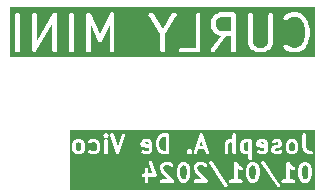
<source format=gbr>
%TF.GenerationSoftware,KiCad,Pcbnew,7.0.7*%
%TF.CreationDate,2024-01-01T23:26:11-08:00*%
%TF.ProjectId,Curly_Mini_v0,4375726c-795f-44d6-996e-695f76302e6b,rev?*%
%TF.SameCoordinates,Original*%
%TF.FileFunction,Legend,Bot*%
%TF.FilePolarity,Positive*%
%FSLAX46Y46*%
G04 Gerber Fmt 4.6, Leading zero omitted, Abs format (unit mm)*
G04 Created by KiCad (PCBNEW 7.0.7) date 2024-01-01 23:26:11*
%MOMM*%
%LPD*%
G01*
G04 APERTURE LIST*
%ADD10C,0.300000*%
%ADD11C,0.400000*%
G04 APERTURE END LIST*
D10*
G36*
X102253064Y-64945535D02*
G01*
X102290069Y-64982539D01*
X102343248Y-65088898D01*
X102406204Y-65340720D01*
X102406204Y-65660936D01*
X102343248Y-65912757D01*
X102290068Y-66019117D01*
X102253065Y-66056121D01*
X102163652Y-66100828D01*
X102091614Y-66100828D01*
X102002201Y-66056122D01*
X101965197Y-66019118D01*
X101912017Y-65912758D01*
X101849061Y-65660934D01*
X101849061Y-65340721D01*
X101912017Y-65088897D01*
X101965197Y-64982538D01*
X102002201Y-64945534D01*
X102091614Y-64900828D01*
X102163651Y-64900828D01*
X102253064Y-64945535D01*
G37*
G36*
X108110207Y-64945535D02*
G01*
X108147211Y-64982539D01*
X108200390Y-65088898D01*
X108263346Y-65340720D01*
X108263346Y-65660936D01*
X108200390Y-65912757D01*
X108147210Y-66019117D01*
X108110207Y-66056121D01*
X108020794Y-66100828D01*
X107948756Y-66100828D01*
X107859343Y-66056122D01*
X107822339Y-66019118D01*
X107769159Y-65912758D01*
X107706203Y-65660934D01*
X107706203Y-65340721D01*
X107769159Y-65088897D01*
X107822339Y-64982538D01*
X107859343Y-64945534D01*
X107948756Y-64900828D01*
X108020793Y-64900828D01*
X108110207Y-64945535D01*
G37*
G36*
X112538778Y-64945535D02*
G01*
X112575782Y-64982539D01*
X112628961Y-65088898D01*
X112691917Y-65340720D01*
X112691917Y-65660936D01*
X112628961Y-65912757D01*
X112575781Y-66019117D01*
X112538778Y-66056121D01*
X112449365Y-66100828D01*
X112377327Y-66100828D01*
X112287914Y-66056122D01*
X112250910Y-66019118D01*
X112197730Y-65912758D01*
X112134774Y-65660934D01*
X112134774Y-65340721D01*
X112197730Y-65088897D01*
X112250910Y-64982538D01*
X112287914Y-64945534D01*
X112377327Y-64900828D01*
X112449364Y-64900828D01*
X112538778Y-64945535D01*
G37*
G36*
X107620489Y-62999961D02*
G01*
X107620489Y-63671694D01*
X107592222Y-63685828D01*
X107377327Y-63685828D01*
X107287914Y-63641122D01*
X107250910Y-63604118D01*
X107206203Y-63514703D01*
X107206203Y-63156952D01*
X107250910Y-63067538D01*
X107287914Y-63030534D01*
X107377327Y-62985828D01*
X107592222Y-62985828D01*
X107620489Y-62999961D01*
G37*
G36*
X93395922Y-63030535D02*
G01*
X93432926Y-63067539D01*
X93477632Y-63156951D01*
X93477632Y-63514704D01*
X93432925Y-63604117D01*
X93395920Y-63641122D01*
X93306508Y-63685828D01*
X93163042Y-63685828D01*
X93073629Y-63641122D01*
X93036625Y-63604118D01*
X92991918Y-63514703D01*
X92991918Y-63156952D01*
X93036625Y-63067538D01*
X93073629Y-63030534D01*
X93163042Y-62985828D01*
X93306508Y-62985828D01*
X93395922Y-63030535D01*
G37*
G36*
X99158685Y-63019060D02*
G01*
X99191917Y-63085523D01*
X99191917Y-63152857D01*
X98784687Y-63071411D01*
X98810863Y-63019060D01*
X98877327Y-62985828D01*
X99092222Y-62985828D01*
X99158685Y-63019060D01*
G37*
G36*
X100620489Y-63685828D02*
G01*
X100437689Y-63685828D01*
X100280086Y-63633294D01*
X100179481Y-63532688D01*
X100126300Y-63426328D01*
X100063346Y-63174507D01*
X100063346Y-62997148D01*
X100126300Y-62745327D01*
X100179481Y-62638967D01*
X100280087Y-62538361D01*
X100437689Y-62485828D01*
X100620489Y-62485828D01*
X100620489Y-63685828D01*
G37*
G36*
X108944399Y-63019060D02*
G01*
X108977631Y-63085523D01*
X108977631Y-63152857D01*
X108570401Y-63071411D01*
X108596577Y-63019060D01*
X108663041Y-62985828D01*
X108877936Y-62985828D01*
X108944399Y-63019060D01*
G37*
G36*
X111467350Y-63030535D02*
G01*
X111504354Y-63067539D01*
X111549060Y-63156951D01*
X111549060Y-63514704D01*
X111504353Y-63604117D01*
X111467348Y-63641122D01*
X111377936Y-63685828D01*
X111234470Y-63685828D01*
X111145057Y-63641122D01*
X111108053Y-63604118D01*
X111063346Y-63514703D01*
X111063346Y-63156952D01*
X111108053Y-63067538D01*
X111145057Y-63030534D01*
X111234470Y-62985828D01*
X111377936Y-62985828D01*
X111467350Y-63030535D01*
G37*
G36*
X103776661Y-63257257D02*
G01*
X103478602Y-63257257D01*
X103627631Y-62810169D01*
X103776661Y-63257257D01*
G37*
G36*
X113277632Y-66971946D02*
G01*
X92477632Y-66971946D01*
X92477632Y-65750828D01*
X98620491Y-65750828D01*
X98640587Y-65825828D01*
X98695491Y-65880732D01*
X98770491Y-65900828D01*
X98834777Y-65900828D01*
X98834777Y-66250828D01*
X98854873Y-66325828D01*
X98909777Y-66380732D01*
X98984777Y-66400828D01*
X99059777Y-66380732D01*
X99114681Y-66325828D01*
X99134777Y-66250828D01*
X100120490Y-66250828D01*
X100140586Y-66325828D01*
X100195490Y-66380732D01*
X100270490Y-66400828D01*
X101199062Y-66400828D01*
X101218137Y-66395717D01*
X101237885Y-66395717D01*
X101254987Y-66385843D01*
X101274062Y-66380732D01*
X101288026Y-66366767D01*
X101305128Y-66356894D01*
X101315001Y-66339792D01*
X101328966Y-66325828D01*
X101334077Y-66306753D01*
X101343951Y-66289651D01*
X101343951Y-66269902D01*
X101349062Y-66250828D01*
X101343951Y-66231753D01*
X101343951Y-66212005D01*
X101334077Y-66194902D01*
X101328966Y-66175828D01*
X101315001Y-66161863D01*
X101305128Y-66144762D01*
X100839766Y-65679400D01*
X101549061Y-65679400D01*
X101553851Y-65697276D01*
X101553540Y-65715781D01*
X101624969Y-66001494D01*
X101633005Y-66015971D01*
X101636326Y-66032196D01*
X101707755Y-66175053D01*
X101723777Y-66193121D01*
X101735852Y-66214036D01*
X101807280Y-66285465D01*
X101828195Y-66297540D01*
X101846265Y-66313564D01*
X101989123Y-66384992D01*
X102022898Y-66391903D01*
X102056204Y-66400828D01*
X102199061Y-66400828D01*
X102232366Y-66391903D01*
X102266142Y-66384992D01*
X102409001Y-66313564D01*
X102427070Y-66297540D01*
X102447986Y-66285465D01*
X102482623Y-66250828D01*
X102977632Y-66250828D01*
X102997728Y-66325828D01*
X103052632Y-66380732D01*
X103127632Y-66400828D01*
X104056204Y-66400828D01*
X104075279Y-66395717D01*
X104095027Y-66395717D01*
X104112129Y-66385843D01*
X104131204Y-66380732D01*
X104145168Y-66366767D01*
X104162270Y-66356894D01*
X104172143Y-66339792D01*
X104186108Y-66325828D01*
X104191219Y-66306753D01*
X104201093Y-66289651D01*
X104201093Y-66269902D01*
X104206204Y-66250828D01*
X104201093Y-66231753D01*
X104201093Y-66212005D01*
X104191219Y-66194902D01*
X104186108Y-66175828D01*
X104172143Y-66161863D01*
X104162270Y-66144762D01*
X103330165Y-65312657D01*
X103277632Y-65155058D01*
X103277632Y-65071952D01*
X103322339Y-64982538D01*
X103359343Y-64945535D01*
X103448757Y-64900828D01*
X103735080Y-64900828D01*
X103824493Y-64945535D01*
X103878709Y-64999751D01*
X103945952Y-65038574D01*
X104023598Y-65038574D01*
X104090841Y-64999751D01*
X104129664Y-64932508D01*
X104129664Y-64854862D01*
X104090841Y-64787619D01*
X104019413Y-64716191D01*
X103998497Y-64704115D01*
X103981513Y-64689054D01*
X104263658Y-64689054D01*
X104288539Y-64762605D01*
X105574254Y-66691176D01*
X105632577Y-66742433D01*
X105708715Y-66757660D01*
X105782266Y-66732779D01*
X105833523Y-66674455D01*
X105848750Y-66598317D01*
X105823869Y-66524766D01*
X105641244Y-66250828D01*
X105977632Y-66250828D01*
X105997728Y-66325828D01*
X106052632Y-66380732D01*
X106127632Y-66400828D01*
X106556204Y-66400828D01*
X106984775Y-66400828D01*
X107059775Y-66380732D01*
X107114679Y-66325828D01*
X107134775Y-66250828D01*
X107114679Y-66175828D01*
X107059775Y-66120924D01*
X106984775Y-66100828D01*
X106706204Y-66100828D01*
X106706204Y-65679400D01*
X107406203Y-65679400D01*
X107410993Y-65697276D01*
X107410682Y-65715781D01*
X107482111Y-66001494D01*
X107490147Y-66015971D01*
X107493468Y-66032196D01*
X107564897Y-66175053D01*
X107580919Y-66193121D01*
X107592994Y-66214036D01*
X107664422Y-66285465D01*
X107685337Y-66297540D01*
X107703407Y-66313564D01*
X107846265Y-66384992D01*
X107880040Y-66391903D01*
X107913346Y-66400828D01*
X108056203Y-66400828D01*
X108089508Y-66391903D01*
X108123284Y-66384992D01*
X108266143Y-66313564D01*
X108284212Y-66297540D01*
X108305128Y-66285465D01*
X108376556Y-66214036D01*
X108388630Y-66193121D01*
X108404653Y-66175053D01*
X108476082Y-66032197D01*
X108479402Y-66015970D01*
X108487439Y-66001494D01*
X108558867Y-65715780D01*
X108558555Y-65697277D01*
X108563346Y-65679400D01*
X108563346Y-65322257D01*
X108558555Y-65304379D01*
X108558867Y-65285877D01*
X108487439Y-65000162D01*
X108479402Y-64985685D01*
X108476082Y-64969459D01*
X108404653Y-64826603D01*
X108388630Y-64808534D01*
X108376555Y-64787619D01*
X108305127Y-64716191D01*
X108284212Y-64704116D01*
X108267227Y-64689054D01*
X108692229Y-64689054D01*
X108717110Y-64762605D01*
X110002825Y-66691176D01*
X110061148Y-66742433D01*
X110137286Y-66757660D01*
X110210837Y-66732779D01*
X110262094Y-66674455D01*
X110277321Y-66598317D01*
X110252440Y-66524766D01*
X110069815Y-66250828D01*
X110406203Y-66250828D01*
X110426299Y-66325828D01*
X110481203Y-66380732D01*
X110556203Y-66400828D01*
X110984775Y-66400828D01*
X111413346Y-66400828D01*
X111488346Y-66380732D01*
X111543250Y-66325828D01*
X111563346Y-66250828D01*
X111543250Y-66175828D01*
X111488346Y-66120924D01*
X111413346Y-66100828D01*
X111134775Y-66100828D01*
X111134775Y-65679400D01*
X111834774Y-65679400D01*
X111839564Y-65697276D01*
X111839253Y-65715781D01*
X111910682Y-66001494D01*
X111918718Y-66015971D01*
X111922039Y-66032196D01*
X111993468Y-66175053D01*
X112009490Y-66193121D01*
X112021565Y-66214036D01*
X112092993Y-66285465D01*
X112113908Y-66297540D01*
X112131978Y-66313564D01*
X112274836Y-66384992D01*
X112308611Y-66391903D01*
X112341917Y-66400828D01*
X112484774Y-66400828D01*
X112518079Y-66391903D01*
X112551855Y-66384992D01*
X112694714Y-66313564D01*
X112712783Y-66297540D01*
X112733699Y-66285465D01*
X112805127Y-66214036D01*
X112817201Y-66193121D01*
X112833224Y-66175053D01*
X112904653Y-66032197D01*
X112907973Y-66015970D01*
X112916010Y-66001494D01*
X112987438Y-65715780D01*
X112987126Y-65697277D01*
X112991917Y-65679400D01*
X112991917Y-65322257D01*
X112987126Y-65304379D01*
X112987438Y-65285877D01*
X112916010Y-65000162D01*
X112907973Y-64985685D01*
X112904653Y-64969459D01*
X112833224Y-64826603D01*
X112817201Y-64808534D01*
X112805126Y-64787619D01*
X112733698Y-64716191D01*
X112712783Y-64704116D01*
X112694714Y-64688093D01*
X112551856Y-64616664D01*
X112518075Y-64609751D01*
X112484774Y-64600828D01*
X112341917Y-64600828D01*
X112308616Y-64609750D01*
X112274834Y-64616664D01*
X112131978Y-64688093D01*
X112113909Y-64704115D01*
X112092994Y-64716191D01*
X112021566Y-64787619D01*
X112009490Y-64808534D01*
X111993468Y-64826603D01*
X111922039Y-64969460D01*
X111918718Y-64985684D01*
X111910682Y-65000162D01*
X111839253Y-65285877D01*
X111839564Y-65304380D01*
X111834774Y-65322257D01*
X111834774Y-65679400D01*
X111134775Y-65679400D01*
X111134774Y-65184388D01*
X111164423Y-65214037D01*
X111185338Y-65226112D01*
X111203407Y-65242135D01*
X111346263Y-65313564D01*
X111422333Y-65329131D01*
X111495994Y-65304577D01*
X111547510Y-65246482D01*
X111563077Y-65170413D01*
X111538523Y-65096752D01*
X111480428Y-65045236D01*
X111359343Y-64984693D01*
X111244202Y-64869552D01*
X111109583Y-64667623D01*
X111083928Y-64645077D01*
X111059775Y-64620924D01*
X111054983Y-64619640D01*
X111051259Y-64616367D01*
X111017771Y-64609669D01*
X110984775Y-64600828D01*
X110979984Y-64602111D01*
X110975121Y-64601139D01*
X110942765Y-64612084D01*
X110909775Y-64620924D01*
X110906268Y-64624430D01*
X110901570Y-64626020D01*
X110879024Y-64651674D01*
X110854871Y-64675828D01*
X110853587Y-64680619D01*
X110850314Y-64684344D01*
X110843616Y-64717831D01*
X110834775Y-64750828D01*
X110834775Y-66100828D01*
X110556203Y-66100828D01*
X110481203Y-66120924D01*
X110426299Y-66175828D01*
X110406203Y-66250828D01*
X110069815Y-66250828D01*
X108966726Y-64596195D01*
X108908402Y-64544938D01*
X108832264Y-64529711D01*
X108758713Y-64554592D01*
X108707456Y-64612916D01*
X108692229Y-64689054D01*
X108267227Y-64689054D01*
X108266143Y-64688093D01*
X108123285Y-64616664D01*
X108089504Y-64609751D01*
X108056203Y-64600828D01*
X107913346Y-64600828D01*
X107880045Y-64609750D01*
X107846263Y-64616664D01*
X107703407Y-64688093D01*
X107685338Y-64704115D01*
X107664423Y-64716191D01*
X107592995Y-64787619D01*
X107580919Y-64808534D01*
X107564897Y-64826603D01*
X107493468Y-64969460D01*
X107490147Y-64985684D01*
X107482111Y-65000162D01*
X107410682Y-65285877D01*
X107410993Y-65304380D01*
X107406203Y-65322257D01*
X107406203Y-65679400D01*
X106706204Y-65679400D01*
X106706204Y-65184388D01*
X106735852Y-65214037D01*
X106756767Y-65226112D01*
X106774836Y-65242135D01*
X106917692Y-65313564D01*
X106993762Y-65329131D01*
X107067423Y-65304577D01*
X107118939Y-65246482D01*
X107134506Y-65170413D01*
X107109952Y-65096752D01*
X107051857Y-65045236D01*
X106930772Y-64984693D01*
X106815631Y-64869552D01*
X106681012Y-64667623D01*
X106655357Y-64645077D01*
X106631204Y-64620924D01*
X106626412Y-64619640D01*
X106622688Y-64616367D01*
X106589200Y-64609669D01*
X106556204Y-64600828D01*
X106551413Y-64602111D01*
X106546550Y-64601139D01*
X106514194Y-64612084D01*
X106481204Y-64620924D01*
X106477697Y-64624430D01*
X106472999Y-64626020D01*
X106450453Y-64651674D01*
X106426300Y-64675828D01*
X106425016Y-64680619D01*
X106421743Y-64684344D01*
X106415045Y-64717831D01*
X106406204Y-64750828D01*
X106406204Y-66100828D01*
X106127632Y-66100828D01*
X106052632Y-66120924D01*
X105997728Y-66175828D01*
X105977632Y-66250828D01*
X105641244Y-66250828D01*
X104538155Y-64596195D01*
X104479831Y-64544938D01*
X104403693Y-64529711D01*
X104330142Y-64554592D01*
X104278885Y-64612916D01*
X104263658Y-64689054D01*
X103981513Y-64689054D01*
X103980429Y-64688093D01*
X103837572Y-64616664D01*
X103803791Y-64609751D01*
X103770490Y-64600828D01*
X103413347Y-64600828D01*
X103380046Y-64609750D01*
X103346264Y-64616664D01*
X103203408Y-64688093D01*
X103185339Y-64704115D01*
X103164425Y-64716190D01*
X103092996Y-64787618D01*
X103080919Y-64808534D01*
X103064897Y-64826603D01*
X102993468Y-64969460D01*
X102986555Y-65003240D01*
X102977632Y-65036542D01*
X102977632Y-65179400D01*
X102983882Y-65202728D01*
X102985330Y-65226835D01*
X103056759Y-65441119D01*
X103075750Y-65469882D01*
X103092995Y-65499751D01*
X103694072Y-66100828D01*
X103127632Y-66100828D01*
X103052632Y-66120924D01*
X102997728Y-66175828D01*
X102977632Y-66250828D01*
X102482623Y-66250828D01*
X102519414Y-66214036D01*
X102531488Y-66193121D01*
X102547511Y-66175053D01*
X102618940Y-66032197D01*
X102622260Y-66015970D01*
X102630297Y-66001494D01*
X102701725Y-65715780D01*
X102701413Y-65697277D01*
X102706204Y-65679400D01*
X102706204Y-65322257D01*
X102701413Y-65304379D01*
X102701725Y-65285877D01*
X102630297Y-65000162D01*
X102622260Y-64985685D01*
X102618940Y-64969459D01*
X102547511Y-64826603D01*
X102531488Y-64808534D01*
X102519413Y-64787619D01*
X102447985Y-64716191D01*
X102427070Y-64704116D01*
X102409001Y-64688093D01*
X102266143Y-64616664D01*
X102232362Y-64609751D01*
X102199061Y-64600828D01*
X102056204Y-64600828D01*
X102022903Y-64609750D01*
X101989121Y-64616664D01*
X101846265Y-64688093D01*
X101828196Y-64704115D01*
X101807281Y-64716191D01*
X101735853Y-64787619D01*
X101723777Y-64808534D01*
X101707755Y-64826603D01*
X101636326Y-64969460D01*
X101633005Y-64985684D01*
X101624969Y-65000162D01*
X101553540Y-65285877D01*
X101553851Y-65304380D01*
X101549061Y-65322257D01*
X101549061Y-65679400D01*
X100839766Y-65679400D01*
X100473023Y-65312657D01*
X100420490Y-65155058D01*
X100420490Y-65071952D01*
X100465197Y-64982538D01*
X100502201Y-64945535D01*
X100591615Y-64900828D01*
X100877938Y-64900828D01*
X100967351Y-64945535D01*
X101021567Y-64999751D01*
X101088810Y-65038574D01*
X101166456Y-65038574D01*
X101233699Y-64999751D01*
X101272522Y-64932508D01*
X101272522Y-64854862D01*
X101233699Y-64787619D01*
X101162271Y-64716191D01*
X101141355Y-64704115D01*
X101123287Y-64688093D01*
X100980430Y-64616664D01*
X100946649Y-64609751D01*
X100913348Y-64600828D01*
X100556205Y-64600828D01*
X100522904Y-64609750D01*
X100489122Y-64616664D01*
X100346266Y-64688093D01*
X100328197Y-64704115D01*
X100307283Y-64716190D01*
X100235854Y-64787618D01*
X100223777Y-64808534D01*
X100207755Y-64826603D01*
X100136326Y-64969460D01*
X100129413Y-65003240D01*
X100120490Y-65036542D01*
X100120490Y-65179400D01*
X100126740Y-65202728D01*
X100128188Y-65226835D01*
X100199617Y-65441119D01*
X100218608Y-65469882D01*
X100235853Y-65499751D01*
X100836930Y-66100828D01*
X100270490Y-66100828D01*
X100195490Y-66120924D01*
X100140586Y-66175828D01*
X100120490Y-66250828D01*
X99134777Y-66250828D01*
X99134777Y-65900828D01*
X99699062Y-65900828D01*
X99722392Y-65894576D01*
X99746496Y-65893130D01*
X99759271Y-65884695D01*
X99774062Y-65880732D01*
X99791141Y-65863652D01*
X99811292Y-65850348D01*
X99818138Y-65836655D01*
X99828966Y-65825828D01*
X99835216Y-65802500D01*
X99846017Y-65780900D01*
X99845099Y-65765616D01*
X99849062Y-65750828D01*
X99842811Y-65727499D01*
X99841364Y-65703393D01*
X99484221Y-64631966D01*
X99441440Y-64567169D01*
X99371991Y-64532445D01*
X99294485Y-64537098D01*
X99229688Y-64579879D01*
X99194964Y-64649328D01*
X99199617Y-64726834D01*
X99490948Y-65600828D01*
X99134777Y-65600828D01*
X99134777Y-65250828D01*
X99114681Y-65175828D01*
X99059777Y-65120924D01*
X98984777Y-65100828D01*
X98909777Y-65120924D01*
X98854873Y-65175828D01*
X98834777Y-65250828D01*
X98834777Y-65600828D01*
X98770491Y-65600828D01*
X98695491Y-65620924D01*
X98640587Y-65675828D01*
X98620491Y-65750828D01*
X92477632Y-65750828D01*
X92477632Y-63550114D01*
X92691918Y-63550114D01*
X92700841Y-63583415D01*
X92707754Y-63617196D01*
X92779183Y-63760053D01*
X92795205Y-63778121D01*
X92807280Y-63799036D01*
X92878708Y-63870465D01*
X92899623Y-63882540D01*
X92917693Y-63898564D01*
X93060551Y-63969992D01*
X93094326Y-63976903D01*
X93127632Y-63985828D01*
X93341918Y-63985828D01*
X93375221Y-63976904D01*
X93409000Y-63969992D01*
X93551857Y-63898564D01*
X93569926Y-63882540D01*
X93590841Y-63870466D01*
X93662270Y-63799037D01*
X93674344Y-63778122D01*
X93678542Y-63773388D01*
X94049330Y-63773388D01*
X94073884Y-63847049D01*
X94131979Y-63898564D01*
X94274837Y-63969992D01*
X94308612Y-63976903D01*
X94341918Y-63985828D01*
X94627632Y-63985828D01*
X94660935Y-63976904D01*
X94694714Y-63969992D01*
X94837571Y-63898564D01*
X94855640Y-63882540D01*
X94876555Y-63870466D01*
X94911193Y-63835828D01*
X95406204Y-63835828D01*
X95426300Y-63910828D01*
X95481204Y-63965732D01*
X95556204Y-63985828D01*
X95631204Y-63965732D01*
X95686108Y-63910828D01*
X95706204Y-63835828D01*
X95706204Y-62835828D01*
X95686108Y-62760828D01*
X95631204Y-62705924D01*
X95556204Y-62685828D01*
X95481204Y-62705924D01*
X95426300Y-62760828D01*
X95406204Y-62835828D01*
X95406204Y-63835828D01*
X94911193Y-63835828D01*
X94947984Y-63799037D01*
X94960058Y-63778122D01*
X94976082Y-63760053D01*
X95047510Y-63617195D01*
X95054421Y-63583419D01*
X95063346Y-63550114D01*
X95063346Y-63121542D01*
X95054421Y-63088236D01*
X95047510Y-63054461D01*
X94976082Y-62911603D01*
X94960058Y-62893533D01*
X94947983Y-62872618D01*
X94876554Y-62801190D01*
X94855639Y-62789115D01*
X94837571Y-62773093D01*
X94694714Y-62701664D01*
X94660933Y-62694751D01*
X94627632Y-62685828D01*
X94341918Y-62685828D01*
X94308617Y-62694750D01*
X94274835Y-62701664D01*
X94131979Y-62773093D01*
X94073884Y-62824609D01*
X94049330Y-62898270D01*
X94064897Y-62974339D01*
X94116413Y-63032434D01*
X94190074Y-63056988D01*
X94266143Y-63041421D01*
X94377328Y-62985828D01*
X94592222Y-62985828D01*
X94681636Y-63030535D01*
X94718640Y-63067539D01*
X94763346Y-63156951D01*
X94763346Y-63514704D01*
X94718639Y-63604117D01*
X94681634Y-63641122D01*
X94592222Y-63685828D01*
X94377328Y-63685828D01*
X94266143Y-63630236D01*
X94190073Y-63614669D01*
X94116412Y-63639223D01*
X94064897Y-63697318D01*
X94049330Y-63773388D01*
X93678542Y-63773388D01*
X93690368Y-63760053D01*
X93761796Y-63617195D01*
X93768707Y-63583419D01*
X93777632Y-63550114D01*
X93777632Y-63121542D01*
X93768707Y-63088236D01*
X93761796Y-63054461D01*
X93690368Y-62911603D01*
X93674344Y-62893533D01*
X93662269Y-62872618D01*
X93590840Y-62801190D01*
X93569925Y-62789115D01*
X93551857Y-62773093D01*
X93409000Y-62701664D01*
X93375219Y-62694751D01*
X93341918Y-62685828D01*
X93127632Y-62685828D01*
X93094331Y-62694750D01*
X93060549Y-62701664D01*
X92917693Y-62773093D01*
X92899624Y-62789115D01*
X92878709Y-62801191D01*
X92807281Y-62872619D01*
X92795205Y-62893534D01*
X92779183Y-62911603D01*
X92707754Y-63054460D01*
X92700841Y-63088240D01*
X92691918Y-63121542D01*
X92691918Y-63550114D01*
X92477632Y-63550114D01*
X92477632Y-62446081D01*
X95339886Y-62446081D01*
X95351232Y-62465732D01*
X95378708Y-62513322D01*
X95378710Y-62513324D01*
X95450139Y-62584752D01*
X95457388Y-62588937D01*
X95467239Y-62594624D01*
X95481204Y-62608589D01*
X95500278Y-62613700D01*
X95517381Y-62623574D01*
X95517382Y-62623574D01*
X95537129Y-62623574D01*
X95556204Y-62628685D01*
X95575279Y-62623574D01*
X95595028Y-62623574D01*
X95612130Y-62613699D01*
X95631204Y-62608589D01*
X95645168Y-62594624D01*
X95662270Y-62584751D01*
X95733698Y-62513323D01*
X95761175Y-62465732D01*
X95772521Y-62446081D01*
X95772521Y-62368435D01*
X95772521Y-62368434D01*
X95736334Y-62305756D01*
X95909248Y-62305756D01*
X95913901Y-62383262D01*
X96413901Y-63883262D01*
X96430499Y-63908402D01*
X96443973Y-63935349D01*
X96451626Y-63940402D01*
X96456682Y-63948059D01*
X96483633Y-63961534D01*
X96508769Y-63978130D01*
X96517924Y-63978679D01*
X96526131Y-63982783D01*
X96556206Y-63980977D01*
X96586275Y-63982783D01*
X96594479Y-63978680D01*
X96603637Y-63978131D01*
X96628781Y-63961529D01*
X96655724Y-63948058D01*
X96660777Y-63940404D01*
X96668434Y-63935349D01*
X96681909Y-63908397D01*
X96698505Y-63883262D01*
X96928602Y-63192971D01*
X98477632Y-63192971D01*
X98483966Y-63216613D01*
X98485542Y-63241038D01*
X98493850Y-63253501D01*
X98497728Y-63267971D01*
X98515034Y-63285277D01*
X98528612Y-63305644D01*
X98542040Y-63312283D01*
X98552632Y-63322875D01*
X98576274Y-63329209D01*
X98598215Y-63340058D01*
X99191917Y-63458798D01*
X99191917Y-63586132D01*
X99158685Y-63652596D01*
X99092222Y-63685828D01*
X98877327Y-63685828D01*
X98766142Y-63630236D01*
X98690072Y-63614669D01*
X98616411Y-63639223D01*
X98564896Y-63697318D01*
X98549329Y-63773388D01*
X98573883Y-63847049D01*
X98631978Y-63898564D01*
X98774836Y-63969992D01*
X98808611Y-63976903D01*
X98841917Y-63985828D01*
X99127632Y-63985828D01*
X99160935Y-63976904D01*
X99194714Y-63969992D01*
X99337571Y-63898564D01*
X99344435Y-63892476D01*
X99353138Y-63889576D01*
X99373121Y-63867040D01*
X99395666Y-63847049D01*
X99398567Y-63838343D01*
X99404653Y-63831481D01*
X99476082Y-63688623D01*
X99482995Y-63654838D01*
X99491917Y-63621542D01*
X99491917Y-63192971D01*
X99763346Y-63192971D01*
X99768136Y-63210848D01*
X99767825Y-63229351D01*
X99839253Y-63515065D01*
X99847289Y-63529542D01*
X99850610Y-63545767D01*
X99922039Y-63688624D01*
X99938061Y-63706693D01*
X99950137Y-63727608D01*
X100092994Y-63870466D01*
X100122853Y-63887705D01*
X100151626Y-63906703D01*
X100365912Y-63978131D01*
X100390020Y-63979578D01*
X100413346Y-63985828D01*
X100770489Y-63985828D01*
X100845489Y-63965732D01*
X100900393Y-63910828D01*
X100920489Y-63835828D01*
X100920489Y-63803224D01*
X102411314Y-63803224D01*
X102427629Y-63831481D01*
X102450136Y-63870465D01*
X102450138Y-63870467D01*
X102521567Y-63941895D01*
X102532242Y-63948058D01*
X102538667Y-63951767D01*
X102552632Y-63965732D01*
X102571706Y-63970843D01*
X102588809Y-63980717D01*
X102588810Y-63980717D01*
X102608557Y-63980717D01*
X102627632Y-63985828D01*
X102646707Y-63980717D01*
X102666456Y-63980717D01*
X102683558Y-63970842D01*
X102702632Y-63965732D01*
X102716596Y-63951767D01*
X102723020Y-63948059D01*
X102733698Y-63941894D01*
X102805126Y-63870466D01*
X102807762Y-63865900D01*
X102980676Y-63865900D01*
X103015401Y-63935349D01*
X103080197Y-63978130D01*
X103157703Y-63982783D01*
X103227152Y-63948058D01*
X103269933Y-63883262D01*
X103378602Y-63557257D01*
X103876661Y-63557257D01*
X103985329Y-63883262D01*
X104028110Y-63948059D01*
X104097559Y-63982783D01*
X104175065Y-63978131D01*
X104239862Y-63935349D01*
X104274586Y-63865900D01*
X104272781Y-63835828D01*
X105620489Y-63835828D01*
X105640585Y-63910828D01*
X105695489Y-63965732D01*
X105770489Y-63985828D01*
X105845489Y-63965732D01*
X105900393Y-63910828D01*
X105920489Y-63835828D01*
X105920489Y-63085523D01*
X105953720Y-63019060D01*
X106020184Y-62985828D01*
X106163650Y-62985828D01*
X106253064Y-63030535D01*
X106263345Y-63040817D01*
X106263346Y-63835828D01*
X106283442Y-63910828D01*
X106338346Y-63965732D01*
X106413346Y-63985828D01*
X106488346Y-63965732D01*
X106543250Y-63910828D01*
X106563346Y-63835828D01*
X106563346Y-63550114D01*
X106906203Y-63550114D01*
X106915126Y-63583415D01*
X106922039Y-63617196D01*
X106993468Y-63760053D01*
X107009490Y-63778121D01*
X107021565Y-63799036D01*
X107092993Y-63870465D01*
X107113908Y-63882540D01*
X107131978Y-63898564D01*
X107274836Y-63969992D01*
X107308611Y-63976903D01*
X107341917Y-63985828D01*
X107620489Y-63985828D01*
X107620489Y-64335828D01*
X107640585Y-64410828D01*
X107695489Y-64465732D01*
X107770489Y-64485828D01*
X107845489Y-64465732D01*
X107900393Y-64410828D01*
X107920489Y-64335828D01*
X107920489Y-63192971D01*
X108263346Y-63192971D01*
X108269680Y-63216613D01*
X108271256Y-63241038D01*
X108279564Y-63253501D01*
X108283442Y-63267971D01*
X108300748Y-63285277D01*
X108314326Y-63305644D01*
X108327754Y-63312283D01*
X108338346Y-63322875D01*
X108361988Y-63329209D01*
X108383929Y-63340058D01*
X108977631Y-63458798D01*
X108977631Y-63586132D01*
X108944399Y-63652596D01*
X108877936Y-63685828D01*
X108663041Y-63685828D01*
X108551856Y-63630236D01*
X108475786Y-63614669D01*
X108402125Y-63639223D01*
X108350610Y-63697318D01*
X108335043Y-63773388D01*
X108359597Y-63847049D01*
X108417692Y-63898564D01*
X108560550Y-63969992D01*
X108594325Y-63976903D01*
X108627631Y-63985828D01*
X108913346Y-63985828D01*
X108946649Y-63976904D01*
X108980428Y-63969992D01*
X109123285Y-63898564D01*
X109130149Y-63892476D01*
X109138852Y-63889576D01*
X109158835Y-63867040D01*
X109181380Y-63847049D01*
X109184281Y-63838343D01*
X109190367Y-63831481D01*
X109261796Y-63688623D01*
X109268709Y-63654838D01*
X109277631Y-63621542D01*
X109549060Y-63621542D01*
X109557983Y-63654843D01*
X109564896Y-63688624D01*
X109636325Y-63831482D01*
X109642410Y-63838344D01*
X109645312Y-63847049D01*
X109667852Y-63867036D01*
X109687840Y-63889577D01*
X109696544Y-63892478D01*
X109703407Y-63898564D01*
X109846265Y-63969992D01*
X109880040Y-63976903D01*
X109913346Y-63985828D01*
X110199060Y-63985828D01*
X110232363Y-63976904D01*
X110266142Y-63969992D01*
X110408999Y-63898564D01*
X110467094Y-63847049D01*
X110491648Y-63773388D01*
X110476081Y-63697318D01*
X110424566Y-63639223D01*
X110350905Y-63614669D01*
X110274836Y-63630236D01*
X110163650Y-63685828D01*
X109948756Y-63685828D01*
X109882292Y-63652596D01*
X109849060Y-63586132D01*
X109849060Y-63585524D01*
X109866765Y-63550114D01*
X110763346Y-63550114D01*
X110772269Y-63583415D01*
X110779182Y-63617196D01*
X110850611Y-63760053D01*
X110866633Y-63778121D01*
X110878708Y-63799036D01*
X110950136Y-63870465D01*
X110971051Y-63882540D01*
X110989121Y-63898564D01*
X111131979Y-63969992D01*
X111165754Y-63976903D01*
X111199060Y-63985828D01*
X111413346Y-63985828D01*
X111446649Y-63976904D01*
X111480428Y-63969992D01*
X111623285Y-63898564D01*
X111641354Y-63882540D01*
X111662269Y-63870466D01*
X111733698Y-63799037D01*
X111745772Y-63778122D01*
X111761796Y-63760053D01*
X111833224Y-63617195D01*
X111840135Y-63583419D01*
X111849060Y-63550114D01*
X111849060Y-63407257D01*
X112191917Y-63407257D01*
X112198167Y-63430585D01*
X112199615Y-63454692D01*
X112271044Y-63668976D01*
X112290037Y-63697742D01*
X112307280Y-63727608D01*
X112450137Y-63870466D01*
X112479996Y-63887705D01*
X112508769Y-63906703D01*
X112723055Y-63978131D01*
X112747163Y-63979578D01*
X112770489Y-63985828D01*
X112913346Y-63985828D01*
X112988346Y-63965732D01*
X113043250Y-63910828D01*
X113063346Y-63835828D01*
X113043250Y-63760828D01*
X112988346Y-63705924D01*
X112913346Y-63685828D01*
X112794832Y-63685828D01*
X112637229Y-63633294D01*
X112544450Y-63540514D01*
X112491917Y-63382915D01*
X112491917Y-62335828D01*
X112471821Y-62260828D01*
X112416917Y-62205924D01*
X112341917Y-62185828D01*
X112266917Y-62205924D01*
X112212013Y-62260828D01*
X112191917Y-62335828D01*
X112191917Y-63407257D01*
X111849060Y-63407257D01*
X111849060Y-63121542D01*
X111840135Y-63088236D01*
X111833224Y-63054461D01*
X111761796Y-62911603D01*
X111745772Y-62893533D01*
X111733697Y-62872618D01*
X111662268Y-62801190D01*
X111641353Y-62789115D01*
X111623285Y-62773093D01*
X111480428Y-62701664D01*
X111446647Y-62694751D01*
X111413346Y-62685828D01*
X111199060Y-62685828D01*
X111165759Y-62694750D01*
X111131977Y-62701664D01*
X110989121Y-62773093D01*
X110971052Y-62789115D01*
X110950137Y-62801191D01*
X110878709Y-62872619D01*
X110866633Y-62893534D01*
X110850611Y-62911603D01*
X110779182Y-63054460D01*
X110772269Y-63088240D01*
X110763346Y-63121542D01*
X110763346Y-63550114D01*
X109866765Y-63550114D01*
X109882292Y-63519059D01*
X109948756Y-63485828D01*
X110127632Y-63485828D01*
X110160935Y-63476904D01*
X110194714Y-63469992D01*
X110337571Y-63398564D01*
X110344435Y-63392476D01*
X110353138Y-63389576D01*
X110373121Y-63367040D01*
X110395666Y-63347049D01*
X110398567Y-63338343D01*
X110404653Y-63331481D01*
X110476082Y-63188623D01*
X110482995Y-63154838D01*
X110491917Y-63121542D01*
X110491917Y-63050114D01*
X110482992Y-63016808D01*
X110476081Y-62983033D01*
X110404653Y-62840175D01*
X110398566Y-62833311D01*
X110395666Y-62824609D01*
X110373128Y-62804623D01*
X110353138Y-62782080D01*
X110344433Y-62779178D01*
X110337571Y-62773093D01*
X110194714Y-62701664D01*
X110160933Y-62694751D01*
X110127632Y-62685828D01*
X109913346Y-62685828D01*
X109880045Y-62694750D01*
X109846263Y-62701664D01*
X109703407Y-62773093D01*
X109645312Y-62824609D01*
X109620758Y-62898270D01*
X109636325Y-62974339D01*
X109687841Y-63032434D01*
X109761502Y-63056988D01*
X109837571Y-63041421D01*
X109948756Y-62985828D01*
X110092222Y-62985828D01*
X110158685Y-63019060D01*
X110191917Y-63085523D01*
X110191917Y-63086132D01*
X110158685Y-63152596D01*
X110092222Y-63185828D01*
X109913346Y-63185828D01*
X109880045Y-63194750D01*
X109846263Y-63201664D01*
X109703407Y-63273093D01*
X109696543Y-63279179D01*
X109687841Y-63282080D01*
X109667852Y-63304620D01*
X109645312Y-63324609D01*
X109642411Y-63333311D01*
X109636325Y-63340175D01*
X109564896Y-63483032D01*
X109557983Y-63516812D01*
X109549060Y-63550114D01*
X109549060Y-63621542D01*
X109277631Y-63621542D01*
X109277631Y-63050114D01*
X109268706Y-63016808D01*
X109261795Y-62983033D01*
X109190367Y-62840175D01*
X109184280Y-62833311D01*
X109181380Y-62824609D01*
X109158842Y-62804623D01*
X109138852Y-62782080D01*
X109130147Y-62779178D01*
X109123285Y-62773093D01*
X108980428Y-62701664D01*
X108946647Y-62694751D01*
X108913346Y-62685828D01*
X108627631Y-62685828D01*
X108594330Y-62694750D01*
X108560548Y-62701664D01*
X108417692Y-62773093D01*
X108410829Y-62779178D01*
X108402125Y-62782080D01*
X108382134Y-62804623D01*
X108359597Y-62824609D01*
X108356696Y-62833311D01*
X108350610Y-62840175D01*
X108279182Y-62983032D01*
X108272269Y-63016810D01*
X108263346Y-63050114D01*
X108263346Y-63192971D01*
X107920489Y-63192971D01*
X107920489Y-62835828D01*
X107900393Y-62760828D01*
X107845489Y-62705924D01*
X107770489Y-62685828D01*
X107700531Y-62704572D01*
X107694714Y-62701664D01*
X107660933Y-62694751D01*
X107627632Y-62685828D01*
X107341917Y-62685828D01*
X107308616Y-62694750D01*
X107274834Y-62701664D01*
X107131978Y-62773093D01*
X107113909Y-62789115D01*
X107092994Y-62801191D01*
X107021566Y-62872619D01*
X107009490Y-62893534D01*
X106993468Y-62911603D01*
X106922039Y-63054460D01*
X106915126Y-63088240D01*
X106906203Y-63121542D01*
X106906203Y-63550114D01*
X106563346Y-63550114D01*
X106563346Y-62335828D01*
X106543250Y-62260828D01*
X106488346Y-62205924D01*
X106413346Y-62185828D01*
X106338346Y-62205924D01*
X106283442Y-62260828D01*
X106263346Y-62335828D01*
X106263345Y-62701091D01*
X106232361Y-62694751D01*
X106199060Y-62685828D01*
X105984774Y-62685828D01*
X105951473Y-62694750D01*
X105917691Y-62701664D01*
X105774835Y-62773093D01*
X105767972Y-62779178D01*
X105759268Y-62782080D01*
X105739277Y-62804623D01*
X105716740Y-62824609D01*
X105713839Y-62833311D01*
X105707753Y-62840175D01*
X105636325Y-62983032D01*
X105629412Y-63016810D01*
X105620489Y-63050114D01*
X105620489Y-63835828D01*
X104272781Y-63835828D01*
X104269934Y-63788394D01*
X103769933Y-62288394D01*
X103753337Y-62263258D01*
X103739862Y-62236307D01*
X103732205Y-62231251D01*
X103727152Y-62223598D01*
X103700209Y-62210126D01*
X103675065Y-62193525D01*
X103665907Y-62192975D01*
X103657703Y-62188873D01*
X103627634Y-62190678D01*
X103597559Y-62188873D01*
X103589352Y-62192976D01*
X103580197Y-62193526D01*
X103555061Y-62210121D01*
X103528110Y-62223597D01*
X103523054Y-62231253D01*
X103515401Y-62236307D01*
X103501927Y-62263253D01*
X103485329Y-62288394D01*
X102985329Y-63788394D01*
X102980676Y-63865900D01*
X102807762Y-63865900D01*
X102827634Y-63831481D01*
X102843949Y-63803224D01*
X102843949Y-63725578D01*
X102843949Y-63725577D01*
X102805126Y-63658334D01*
X102733699Y-63586906D01*
X102733698Y-63586905D01*
X102716596Y-63577031D01*
X102702632Y-63563067D01*
X102683558Y-63557956D01*
X102666456Y-63548082D01*
X102666455Y-63548082D01*
X102646707Y-63548082D01*
X102627632Y-63542971D01*
X102608557Y-63548082D01*
X102588809Y-63548082D01*
X102571706Y-63557955D01*
X102552632Y-63563067D01*
X102538668Y-63577030D01*
X102521567Y-63586904D01*
X102521566Y-63586904D01*
X102521566Y-63586905D01*
X102450137Y-63658334D01*
X102411314Y-63725577D01*
X102411314Y-63725578D01*
X102411314Y-63803224D01*
X100920489Y-63803224D01*
X100920489Y-62335828D01*
X100900393Y-62260828D01*
X100845489Y-62205924D01*
X100770489Y-62185828D01*
X100413346Y-62185828D01*
X100390017Y-62192078D01*
X100365911Y-62193526D01*
X100151626Y-62264955D01*
X100122853Y-62283951D01*
X100092994Y-62301191D01*
X99950137Y-62444048D01*
X99938061Y-62464963D01*
X99922039Y-62483032D01*
X99850610Y-62625889D01*
X99847289Y-62642113D01*
X99839253Y-62656591D01*
X99767825Y-62942305D01*
X99768136Y-62960807D01*
X99763346Y-62978685D01*
X99763346Y-63192971D01*
X99491917Y-63192971D01*
X99491917Y-63050114D01*
X99482992Y-63016808D01*
X99476081Y-62983033D01*
X99404653Y-62840175D01*
X99398566Y-62833311D01*
X99395666Y-62824609D01*
X99373128Y-62804623D01*
X99353138Y-62782080D01*
X99344433Y-62779178D01*
X99337571Y-62773093D01*
X99194714Y-62701664D01*
X99160933Y-62694751D01*
X99127632Y-62685828D01*
X98841917Y-62685828D01*
X98808616Y-62694750D01*
X98774834Y-62701664D01*
X98631978Y-62773093D01*
X98625115Y-62779178D01*
X98616411Y-62782080D01*
X98596420Y-62804623D01*
X98573883Y-62824609D01*
X98570982Y-62833311D01*
X98564896Y-62840175D01*
X98493468Y-62983032D01*
X98486555Y-63016810D01*
X98477632Y-63050114D01*
X98477632Y-63192971D01*
X96928602Y-63192971D01*
X97198506Y-62383262D01*
X97203158Y-62305756D01*
X97168434Y-62236307D01*
X97103637Y-62193525D01*
X97026131Y-62188873D01*
X96956682Y-62223597D01*
X96913901Y-62288394D01*
X96556203Y-63361486D01*
X96198505Y-62288394D01*
X96155724Y-62223598D01*
X96086275Y-62188873D01*
X96008769Y-62193526D01*
X95943973Y-62236307D01*
X95909248Y-62305756D01*
X95736334Y-62305756D01*
X95733698Y-62301191D01*
X95662271Y-62229763D01*
X95662270Y-62229762D01*
X95645168Y-62219888D01*
X95631204Y-62205924D01*
X95612130Y-62200813D01*
X95595028Y-62190939D01*
X95595027Y-62190939D01*
X95575279Y-62190939D01*
X95556204Y-62185828D01*
X95537129Y-62190939D01*
X95517381Y-62190939D01*
X95500278Y-62200812D01*
X95481204Y-62205924D01*
X95467240Y-62219887D01*
X95450139Y-62229761D01*
X95450138Y-62229761D01*
X95450138Y-62229762D01*
X95378709Y-62301191D01*
X95339886Y-62368434D01*
X95339886Y-62368435D01*
X95339886Y-62446081D01*
X92477632Y-62446081D01*
X92477632Y-61971542D01*
X113277632Y-61971542D01*
X113277632Y-66971946D01*
G37*
D11*
G36*
X106154700Y-53533485D02*
G01*
X105259056Y-53533485D01*
X105044599Y-53426256D01*
X104947641Y-53329299D01*
X104840414Y-53114844D01*
X104840414Y-52780697D01*
X104947641Y-52566242D01*
X105044599Y-52469285D01*
X105259056Y-52362057D01*
X106154700Y-52362057D01*
X106154700Y-53533485D01*
G37*
G36*
X113268985Y-55790628D02*
G01*
X87440416Y-55790628D01*
X87440416Y-55162057D01*
X87868987Y-55162057D01*
X87888793Y-55248834D01*
X87944289Y-55318423D01*
X88024483Y-55357043D01*
X88113491Y-55357043D01*
X88193685Y-55318423D01*
X88249181Y-55248834D01*
X88268987Y-55162057D01*
X89297558Y-55162057D01*
X89305934Y-55198759D01*
X89311711Y-55235953D01*
X89315769Y-55241849D01*
X89317364Y-55248834D01*
X89340838Y-55278269D01*
X89362178Y-55309272D01*
X89368395Y-55312824D01*
X89372860Y-55318423D01*
X89406773Y-55334755D01*
X89439458Y-55353432D01*
X89446600Y-55353935D01*
X89453054Y-55357043D01*
X89490708Y-55357043D01*
X89528247Y-55359688D01*
X89534899Y-55357043D01*
X89542062Y-55357043D01*
X89575975Y-55340710D01*
X89610957Y-55326802D01*
X89615805Y-55321529D01*
X89622256Y-55318423D01*
X89645722Y-55288997D01*
X89671207Y-55261285D01*
X91011844Y-52915169D01*
X91011844Y-55162057D01*
X91031650Y-55248834D01*
X91087146Y-55318423D01*
X91167340Y-55357043D01*
X91256348Y-55357043D01*
X91336542Y-55318423D01*
X91392038Y-55248834D01*
X91411844Y-55162057D01*
X92440415Y-55162057D01*
X92460221Y-55248834D01*
X92515717Y-55318423D01*
X92595911Y-55357043D01*
X92684919Y-55357043D01*
X92765113Y-55318423D01*
X92820609Y-55248834D01*
X92840415Y-55162057D01*
X93868986Y-55162057D01*
X93888792Y-55248834D01*
X93944288Y-55318423D01*
X94024482Y-55357043D01*
X94113490Y-55357043D01*
X94193684Y-55318423D01*
X94249180Y-55248834D01*
X94268986Y-55162057D01*
X94268986Y-53063570D01*
X94887749Y-54389491D01*
X94889278Y-54391457D01*
X94889862Y-54393877D01*
X94916526Y-54426491D01*
X94942394Y-54459751D01*
X94944622Y-54460857D01*
X94946200Y-54462787D01*
X94984405Y-54480616D01*
X95022112Y-54499343D01*
X95024600Y-54499373D01*
X95026858Y-54500427D01*
X95068986Y-54499913D01*
X95111114Y-54500427D01*
X95113371Y-54499373D01*
X95115860Y-54499343D01*
X95153574Y-54480612D01*
X95191771Y-54462787D01*
X95193347Y-54460858D01*
X95195578Y-54459751D01*
X95221454Y-54426479D01*
X95248110Y-54393877D01*
X95248693Y-54391457D01*
X95250223Y-54389491D01*
X95868986Y-53063569D01*
X95868986Y-55162057D01*
X95888792Y-55248834D01*
X95944288Y-55318423D01*
X96024482Y-55357043D01*
X96113490Y-55357043D01*
X96193684Y-55318423D01*
X96249180Y-55248834D01*
X96268986Y-55162057D01*
X96268986Y-52185588D01*
X99156089Y-52185588D01*
X99185968Y-52269432D01*
X100154700Y-53791724D01*
X100154700Y-55162057D01*
X100174506Y-55248834D01*
X100230002Y-55318423D01*
X100310196Y-55357043D01*
X100399204Y-55357043D01*
X100479398Y-55318423D01*
X100534894Y-55248834D01*
X100544542Y-55206561D01*
X101731142Y-55206561D01*
X101769762Y-55286755D01*
X101839351Y-55342251D01*
X101926128Y-55362057D01*
X103354700Y-55362057D01*
X103376668Y-55357043D01*
X103399204Y-55357043D01*
X103419507Y-55347265D01*
X103441477Y-55342251D01*
X103459096Y-55328199D01*
X103479398Y-55318423D01*
X103493448Y-55300805D01*
X103511066Y-55286755D01*
X103520842Y-55266453D01*
X103534894Y-55248834D01*
X103539908Y-55226864D01*
X103549686Y-55206561D01*
X103549686Y-55184025D01*
X103554700Y-55162057D01*
X103554700Y-53162057D01*
X104440414Y-53162057D01*
X104440752Y-53163539D01*
X104440436Y-53165026D01*
X104450633Y-53206832D01*
X104460220Y-53248834D01*
X104461168Y-53250023D01*
X104461529Y-53251500D01*
X104604386Y-53537214D01*
X104624772Y-53562013D01*
X104641850Y-53589192D01*
X104784706Y-53732049D01*
X104811886Y-53749128D01*
X104836686Y-53769514D01*
X105122401Y-53912371D01*
X105123877Y-53912731D01*
X105125066Y-53913679D01*
X105167044Y-53923260D01*
X105208874Y-53933463D01*
X105210360Y-53933146D01*
X105211843Y-53933485D01*
X105256284Y-53933485D01*
X104476568Y-55047365D01*
X104443030Y-55129813D01*
X104448587Y-55218647D01*
X104492138Y-55296274D01*
X104565056Y-55347317D01*
X104652901Y-55361667D01*
X104738271Y-55336482D01*
X104804260Y-55276749D01*
X105744545Y-53933485D01*
X106154700Y-53933485D01*
X106154700Y-55162057D01*
X106174506Y-55248834D01*
X106230002Y-55318423D01*
X106310196Y-55357043D01*
X106399204Y-55357043D01*
X106479398Y-55318423D01*
X106534894Y-55248834D01*
X106554700Y-55162057D01*
X106554700Y-54590628D01*
X107583271Y-54590628D01*
X107583609Y-54592110D01*
X107583293Y-54593597D01*
X107593490Y-54635403D01*
X107603077Y-54677405D01*
X107604025Y-54678594D01*
X107604386Y-54680071D01*
X107747243Y-54965785D01*
X107767627Y-54990582D01*
X107784706Y-55017763D01*
X107927563Y-55160621D01*
X107954743Y-55177700D01*
X107979543Y-55198086D01*
X108265258Y-55340943D01*
X108266734Y-55341303D01*
X108267923Y-55342251D01*
X108309901Y-55351832D01*
X108351731Y-55362035D01*
X108353217Y-55361718D01*
X108354700Y-55362057D01*
X108926128Y-55362057D01*
X108927610Y-55361718D01*
X108929097Y-55362035D01*
X108970926Y-55351832D01*
X109012905Y-55342251D01*
X109014093Y-55341303D01*
X109015570Y-55340943D01*
X109301286Y-55198085D01*
X109326083Y-55177700D01*
X109353265Y-55160621D01*
X109496122Y-55017763D01*
X109513200Y-54990582D01*
X109533585Y-54965785D01*
X109589503Y-54853949D01*
X110584529Y-54853949D01*
X110594494Y-54942397D01*
X110641849Y-55017763D01*
X110784706Y-55160621D01*
X110785993Y-55161430D01*
X110786822Y-55162706D01*
X110823613Y-55185068D01*
X110860072Y-55207977D01*
X110861583Y-55208147D01*
X110862883Y-55208937D01*
X111291454Y-55351794D01*
X111323404Y-55354914D01*
X111354700Y-55362057D01*
X111640414Y-55362057D01*
X111671709Y-55354914D01*
X111703660Y-55351794D01*
X112132230Y-55208937D01*
X112133529Y-55208147D01*
X112135041Y-55207977D01*
X112171484Y-55185077D01*
X112208291Y-55162706D01*
X112209120Y-55161429D01*
X112210406Y-55160621D01*
X112496121Y-54874906D01*
X112513198Y-54847727D01*
X112533585Y-54822928D01*
X112676442Y-54537214D01*
X112681647Y-54515872D01*
X112691586Y-54496278D01*
X112834442Y-53924850D01*
X112834947Y-53900292D01*
X112840414Y-53876342D01*
X112840414Y-53447771D01*
X112834947Y-53423820D01*
X112834442Y-53399263D01*
X112691586Y-52827835D01*
X112681647Y-52808240D01*
X112676442Y-52786899D01*
X112533585Y-52501185D01*
X112513200Y-52476387D01*
X112496121Y-52449206D01*
X112210406Y-52163492D01*
X112209118Y-52162683D01*
X112208291Y-52161408D01*
X112171492Y-52139041D01*
X112135040Y-52116137D01*
X112133529Y-52115966D01*
X112132230Y-52115177D01*
X111703660Y-51972320D01*
X111671709Y-51969199D01*
X111640414Y-51962057D01*
X111354700Y-51962057D01*
X111323404Y-51969199D01*
X111291454Y-51972320D01*
X110862883Y-52115177D01*
X110861583Y-52115966D01*
X110860072Y-52116137D01*
X110823613Y-52139045D01*
X110786822Y-52161408D01*
X110785993Y-52162683D01*
X110784706Y-52163493D01*
X110641850Y-52306350D01*
X110594494Y-52381715D01*
X110584529Y-52470164D01*
X110613926Y-52554178D01*
X110676864Y-52617116D01*
X110760878Y-52646513D01*
X110849327Y-52636548D01*
X110924692Y-52589192D01*
X111034164Y-52479720D01*
X111387156Y-52362057D01*
X111607957Y-52362057D01*
X111960949Y-52479721D01*
X112190329Y-52709099D01*
X112308851Y-52946144D01*
X112440414Y-53472393D01*
X112440414Y-53851719D01*
X112308851Y-54377968D01*
X112190329Y-54615014D01*
X111960950Y-54844392D01*
X111607957Y-54962057D01*
X111387156Y-54962057D01*
X111034164Y-54844393D01*
X110924693Y-54734921D01*
X110849327Y-54687565D01*
X110760879Y-54677600D01*
X110676865Y-54706997D01*
X110613926Y-54769935D01*
X110584529Y-54853949D01*
X109589503Y-54853949D01*
X109676442Y-54680071D01*
X109676802Y-54678594D01*
X109677751Y-54677405D01*
X109687337Y-54635403D01*
X109697535Y-54593597D01*
X109697218Y-54592110D01*
X109697557Y-54590628D01*
X109697557Y-52162057D01*
X109677751Y-52075280D01*
X109622255Y-52005691D01*
X109542061Y-51967071D01*
X109453053Y-51967071D01*
X109372859Y-52005691D01*
X109317363Y-52075280D01*
X109297557Y-52162057D01*
X109297557Y-54543414D01*
X109190329Y-54757869D01*
X109093370Y-54854829D01*
X108878914Y-54962057D01*
X108401913Y-54962057D01*
X108187457Y-54854829D01*
X108090498Y-54757869D01*
X107983271Y-54543415D01*
X107983271Y-52162057D01*
X107963465Y-52075280D01*
X107907969Y-52005691D01*
X107827775Y-51967071D01*
X107738767Y-51967071D01*
X107658573Y-52005691D01*
X107603077Y-52075280D01*
X107583271Y-52162057D01*
X107583271Y-54590628D01*
X106554700Y-54590628D01*
X106554700Y-52162057D01*
X106549686Y-52140088D01*
X106549686Y-52117553D01*
X106539908Y-52097249D01*
X106534894Y-52075280D01*
X106520842Y-52057660D01*
X106511066Y-52037359D01*
X106493448Y-52023308D01*
X106479398Y-52005691D01*
X106459096Y-51995914D01*
X106441477Y-51981863D01*
X106419507Y-51976848D01*
X106399204Y-51967071D01*
X106376668Y-51967071D01*
X106354700Y-51962057D01*
X105211843Y-51962057D01*
X105210360Y-51962395D01*
X105208874Y-51962079D01*
X105167044Y-51972281D01*
X105125066Y-51981863D01*
X105123877Y-51982810D01*
X105122401Y-51983171D01*
X104836686Y-52126028D01*
X104811886Y-52146413D01*
X104784706Y-52163493D01*
X104641850Y-52306350D01*
X104624772Y-52333528D01*
X104604386Y-52358328D01*
X104461529Y-52644042D01*
X104461168Y-52645518D01*
X104460220Y-52646708D01*
X104450633Y-52688709D01*
X104440436Y-52730516D01*
X104440752Y-52732002D01*
X104440414Y-52733485D01*
X104440414Y-53162057D01*
X103554700Y-53162057D01*
X103554700Y-52162057D01*
X103534894Y-52075280D01*
X103479398Y-52005691D01*
X103399204Y-51967071D01*
X103310196Y-51967071D01*
X103230002Y-52005691D01*
X103174506Y-52075280D01*
X103154700Y-52162057D01*
X103154700Y-54962057D01*
X101926128Y-54962057D01*
X101839351Y-54981863D01*
X101769762Y-55037359D01*
X101731142Y-55117553D01*
X101731142Y-55206561D01*
X100544542Y-55206561D01*
X100554700Y-55162057D01*
X100554700Y-53791724D01*
X101523432Y-52269432D01*
X101553311Y-52185588D01*
X101543852Y-52097084D01*
X101496930Y-52021448D01*
X101421837Y-51973662D01*
X101333446Y-51963190D01*
X101249266Y-51992105D01*
X101185968Y-52054682D01*
X100354700Y-53360959D01*
X99523432Y-52054682D01*
X99460134Y-51992105D01*
X99375954Y-51963190D01*
X99287563Y-51973662D01*
X99212470Y-52021448D01*
X99165548Y-52097084D01*
X99156089Y-52185588D01*
X96268986Y-52185588D01*
X96268986Y-52162057D01*
X96268708Y-52160841D01*
X96268971Y-52159623D01*
X96258826Y-52117546D01*
X96249180Y-52075280D01*
X96248401Y-52074304D01*
X96248110Y-52073094D01*
X96220711Y-52039582D01*
X96193684Y-52005691D01*
X96192560Y-52005150D01*
X96191771Y-52004184D01*
X96152498Y-51985856D01*
X96113490Y-51967071D01*
X96112243Y-51967071D01*
X96111114Y-51966544D01*
X96067845Y-51967071D01*
X96024482Y-51967071D01*
X96023356Y-51967612D01*
X96022112Y-51967628D01*
X95983332Y-51986887D01*
X95944288Y-52005691D01*
X95943511Y-52006665D01*
X95942394Y-52007220D01*
X95915797Y-52041417D01*
X95888792Y-52075280D01*
X95888514Y-52076495D01*
X95887749Y-52077480D01*
X95068985Y-53831972D01*
X94250223Y-52077480D01*
X94249457Y-52076495D01*
X94249180Y-52075280D01*
X94222174Y-52041417D01*
X94195578Y-52007220D01*
X94194460Y-52006665D01*
X94193684Y-52005691D01*
X94154639Y-51986887D01*
X94115860Y-51967628D01*
X94114615Y-51967612D01*
X94113490Y-51967071D01*
X94070127Y-51967071D01*
X94026858Y-51966544D01*
X94025729Y-51967071D01*
X94024482Y-51967071D01*
X93985489Y-51985849D01*
X93946200Y-52004184D01*
X93945409Y-52005150D01*
X93944288Y-52005691D01*
X93917279Y-52039557D01*
X93889862Y-52073094D01*
X93889570Y-52074304D01*
X93888792Y-52075280D01*
X93879145Y-52117546D01*
X93869001Y-52159623D01*
X93869263Y-52160841D01*
X93868986Y-52162057D01*
X93868986Y-55162057D01*
X92840415Y-55162057D01*
X92840415Y-52162057D01*
X92820609Y-52075280D01*
X92765113Y-52005691D01*
X92684919Y-51967071D01*
X92595911Y-51967071D01*
X92515717Y-52005691D01*
X92460221Y-52075280D01*
X92440415Y-52162057D01*
X92440415Y-55162057D01*
X91411844Y-55162057D01*
X91411844Y-52162057D01*
X91403465Y-52125349D01*
X91397691Y-52088161D01*
X91393632Y-52082264D01*
X91392038Y-52075280D01*
X91368563Y-52045844D01*
X91347224Y-52014842D01*
X91341006Y-52011289D01*
X91336542Y-52005691D01*
X91302628Y-51989358D01*
X91269944Y-51970682D01*
X91262801Y-51970178D01*
X91256348Y-51967071D01*
X91218694Y-51967071D01*
X91181155Y-51964426D01*
X91174503Y-51967071D01*
X91167340Y-51967071D01*
X91133419Y-51983406D01*
X91098445Y-51997313D01*
X91093597Y-52002583D01*
X91087146Y-52005691D01*
X91063673Y-52035123D01*
X91038195Y-52062830D01*
X89697558Y-54408943D01*
X89697558Y-52162057D01*
X89677752Y-52075280D01*
X89622256Y-52005691D01*
X89542062Y-51967071D01*
X89453054Y-51967071D01*
X89372860Y-52005691D01*
X89317364Y-52075280D01*
X89297558Y-52162057D01*
X89297558Y-55162057D01*
X88268987Y-55162057D01*
X88268987Y-52162057D01*
X88249181Y-52075280D01*
X88193685Y-52005691D01*
X88113491Y-51967071D01*
X88024483Y-51967071D01*
X87944289Y-52005691D01*
X87888793Y-52075280D01*
X87868987Y-52162057D01*
X87868987Y-55162057D01*
X87440416Y-55162057D01*
X87440416Y-51533486D01*
X113268985Y-51533486D01*
X113268985Y-55790628D01*
G37*
M02*

</source>
